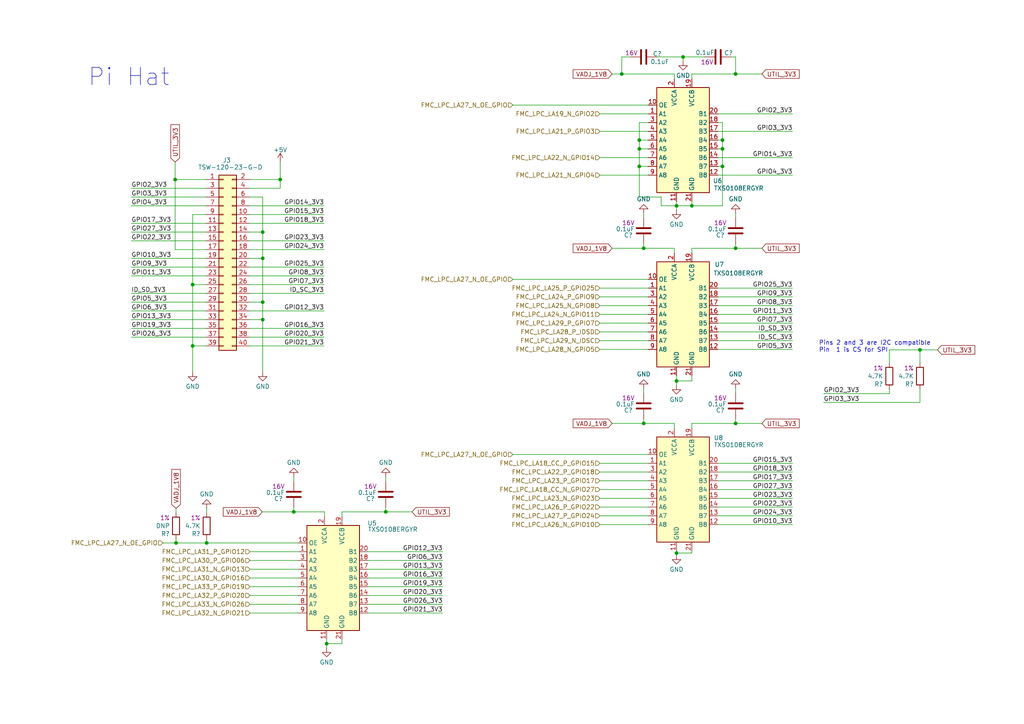
<source format=kicad_sch>
(kicad_sch (version 20230121) (generator eeschema)
  (paper "A4")
  (title_block (title "VincuLink FMC") (rev "1.0") (company "ApotheoTech LLC") (comment 1 "Author: Chance Reimer") (comment 2 "FMC for M.2 Key E") (comment 3 "Pi Hats, and Digilent PMOD connectors"))
  (lib_symbols
    (symbol "Connector_Generic:Conn_02x20_Odd_Even" (pin_names (offset 1.016) hide)
      (property "Reference" "J" (at 1.27 25.4 0))
      (property "Value" "Conn_02x20_Odd_Even" (at 1.27 -27.94 0))
      (symbol "Conn_02x20_Odd_Even_1_1"
        (rectangle (start -1.27 -25.273) (end 0 -25.527) (stroke (width 0.1524)))
        (rectangle (start -1.27 -22.733) (end 0 -22.987) (stroke (width 0.1524)))
        (rectangle (start -1.27 -20.193) (end 0 -20.447) (stroke (width 0.1524)))
        (rectangle (start -1.27 -17.653) (end 0 -17.907) (stroke (width 0.1524)))
        (rectangle (start -1.27 -15.113) (end 0 -15.367) (stroke (width 0.1524)))
        (rectangle (start -1.27 -12.573) (end 0 -12.827) (stroke (width 0.1524)))
        (rectangle (start -1.27 -10.033) (end 0 -10.287) (stroke (width 0.1524)))
        (rectangle (start -1.27 -7.493) (end 0 -7.747) (stroke (width 0.1524)))
        (rectangle (start -1.27 -4.953) (end 0 -5.207) (stroke (width 0.1524)))
        (rectangle (start -1.27 -2.413) (end 0 -2.667) (stroke (width 0.1524)))
        (rectangle (start -1.27 0.127) (end 0 -0.127) (stroke (width 0.1524)))
        (rectangle (start -1.27 2.667) (end 0 2.413) (stroke (width 0.1524)))
        (rectangle (start -1.27 5.207) (end 0 4.953) (stroke (width 0.1524)))
        (rectangle (start -1.27 7.747) (end 0 7.493) (stroke (width 0.1524)))
        (rectangle (start -1.27 10.287) (end 0 10.033) (stroke (width 0.1524)))
        (rectangle (start -1.27 12.827) (end 0 12.573) (stroke (width 0.1524)))
        (rectangle (start -1.27 15.367) (end 0 15.113) (stroke (width 0.1524)))
        (rectangle (start -1.27 17.907) (end 0 17.653) (stroke (width 0.1524)))
        (rectangle (start -1.27 20.447) (end 0 20.193) (stroke (width 0.1524)))
        (rectangle (start -1.27 22.987) (end 0 22.733) (stroke (width 0.1524)))
        (rectangle (start -1.27 24.13) (end 3.81 -26.67) (stroke (width 0.254)) (fill (type background)))
        (rectangle (start 3.81 -25.273) (end 2.54 -25.527) (stroke (width 0.1524)))
        (rectangle (start 3.81 -22.733) (end 2.54 -22.987) (stroke (width 0.1524)))
        (rectangle (start 3.81 -20.193) (end 2.54 -20.447) (stroke (width 0.1524)))
        (rectangle (start 3.81 -17.653) (end 2.54 -17.907) (stroke (width 0.1524)))
        (rectangle (start 3.81 -15.113) (end 2.54 -15.367) (stroke (width 0.1524)))
        (rectangle (start 3.81 -12.573) (end 2.54 -12.827) (stroke (width 0.1524)))
        (rectangle (start 3.81 -10.033) (end 2.54 -10.287) (stroke (width 0.1524)))
        (rectangle (start 3.81 -7.493) (end 2.54 -7.747) (stroke (width 0.1524)))
        (rectangle (start 3.81 -4.953) (end 2.54 -5.207) (stroke (width 0.1524)))
        (rectangle (start 3.81 -2.413) (end 2.54 -2.667) (stroke (width 0.1524)))
        (rectangle (start 3.81 0.127) (end 2.54 -0.127) (stroke (width 0.1524)))
        (rectangle (start 3.81 2.667) (end 2.54 2.413) (stroke (width 0.1524)))
        (rectangle (start 3.81 5.207) (end 2.54 4.953) (stroke (width 0.1524)))
        (rectangle (start 3.81 7.747) (end 2.54 7.493) (stroke (width 0.1524)))
        (rectangle (start 3.81 10.287) (end 2.54 10.033) (stroke (width 0.1524)))
        (rectangle (start 3.81 12.827) (end 2.54 12.573) (stroke (width 0.1524)))
        (rectangle (start 3.81 15.367) (end 2.54 15.113) (stroke (width 0.1524)))
        (rectangle (start 3.81 17.907) (end 2.54 17.653) (stroke (width 0.1524)))
        (rectangle (start 3.81 20.447) (end 2.54 20.193) (stroke (width 0.1524)))
        (rectangle (start 3.81 22.987) (end 2.54 22.733) (stroke (width 0.1524)))
        (pin passive line (at -5.08 22.86 0) (length 3.81) (name "Pin_1") (number "1"))
        (pin passive line (at 7.62 12.7 180) (length 3.81) (name "Pin_10") (number "10"))
        (pin passive line (at -5.08 10.16 0) (length 3.81) (name "Pin_11") (number "11"))
        (pin passive line (at 7.62 10.16 180) (length 3.81) (name "Pin_12") (number "12"))
        (pin passive line (at -5.08 7.62 0) (length 3.81) (name "Pin_13") (number "13"))
        (pin passive line (at 7.62 7.62 180) (length 3.81) (name "Pin_14") (number "14"))
        (pin passive line (at -5.08 5.08 0) (length 3.81) (name "Pin_15") (number "15"))
        (pin passive line (at 7.62 5.08 180) (length 3.81) (name "Pin_16") (number "16"))
        (pin passive line (at -5.08 2.54 0) (length 3.81) (name "Pin_17") (number "17"))
        (pin passive line (at 7.62 2.54 180) (length 3.81) (name "Pin_18") (number "18"))
        (pin passive line (at -5.08 0 0) (length 3.81) (name "Pin_19") (number "19"))
        (pin passive line (at 7.62 22.86 180) (length 3.81) (name "Pin_2") (number "2"))
        (pin passive line (at 7.62 0 180) (length 3.81) (name "Pin_20") (number "20"))
        (pin passive line (at -5.08 -2.54 0) (length 3.81) (name "Pin_21") (number "21"))
        (pin passive line (at 7.62 -2.54 180) (length 3.81) (name "Pin_22") (number "22"))
        (pin passive line (at -5.08 -5.08 0) (length 3.81) (name "Pin_23") (number "23"))
        (pin passive line (at 7.62 -5.08 180) (length 3.81) (name "Pin_24") (number "24"))
        (pin passive line (at -5.08 -7.62 0) (length 3.81) (name "Pin_25") (number "25"))
        (pin passive line (at 7.62 -7.62 180) (length 3.81) (name "Pin_26") (number "26"))
        (pin passive line (at -5.08 -10.16 0) (length 3.81) (name "Pin_27") (number "27"))
        (pin passive line (at 7.62 -10.16 180) (length 3.81) (name "Pin_28") (number "28"))
        (pin passive line (at -5.08 -12.7 0) (length 3.81) (name "Pin_29") (number "29"))
        (pin passive line (at -5.08 20.32 0) (length 3.81) (name "Pin_3") (number "3"))
        (pin passive line (at 7.62 -12.7 180) (length 3.81) (name "Pin_30") (number "30"))
        (pin passive line (at -5.08 -15.24 0) (length 3.81) (name "Pin_31") (number "31"))
        (pin passive line (at 7.62 -15.24 180) (length 3.81) (name "Pin_32") (number "32"))
        (pin passive line (at -5.08 -17.78 0) (length 3.81) (name "Pin_33") (number "33"))
        (pin passive line (at 7.62 -17.78 180) (length 3.81) (name "Pin_34") (number "34"))
        (pin passive line (at -5.08 -20.32 0) (length 3.81) (name "Pin_35") (number "35"))
        (pin passive line (at 7.62 -20.32 180) (length 3.81) (name "Pin_36") (number "36"))
        (pin passive line (at -5.08 -22.86 0) (length 3.81) (name "Pin_37") (number "37"))
        (pin passive line (at 7.62 -22.86 180) (length 3.81) (name "Pin_38") (number "38"))
        (pin passive line (at -5.08 -25.4 0) (length 3.81) (name "Pin_39") (number "39"))
        (pin passive line (at 7.62 20.32 180) (length 3.81) (name "Pin_4") (number "4"))
        (pin passive line (at 7.62 -25.4 180) (length 3.81) (name "Pin_40") (number "40"))
        (pin passive line (at -5.08 17.78 0) (length 3.81) (name "Pin_5") (number "5"))
        (pin passive line (at 7.62 17.78 180) (length 3.81) (name "Pin_6") (number "6"))
        (pin passive line (at -5.08 15.24 0) (length 3.81) (name "Pin_7") (number "7"))
        (pin passive line (at 7.62 15.24 180) (length 3.81) (name "Pin_8") (number "8"))
        (pin passive line (at -5.08 12.7 0) (length 3.81) (name "Pin_9") (number "9"))
      )
    )
    (symbol "Device:C" (pin_numbers hide) (pin_names (offset 0.254))
      (property "Reference" "C" (at 0.635 2.54 0))
      (property "Value" "C" (at 0.635 -2.54 0))
      (symbol "C_0_1"
        (polyline (pts (xy -2.032 -0.762) (xy 2.032 -0.762)) (stroke (width 0.508)))
        (polyline (pts (xy -2.032 0.762) (xy 2.032 0.762)) (stroke (width 0.508)))
      )
      (symbol "C_1_1"
        (pin passive line (at 0 3.81 270) (length 2.794) (name "~") (number "1"))
        (pin passive line (at 0 -3.81 90) (length 2.794) (name "~") (number "2"))
      )
    )
    (symbol "Device:R" (pin_numbers hide) (pin_names (offset 0))
      (property "Reference" "R" (at 2.032 0 90))
      (property "Value" "R" (at 0 0 90))
      (symbol "R_0_1"
        (rectangle (start -1.016 -2.54) (end 1.016 2.54) (stroke (width 0.254)))
      )
      (symbol "R_1_1"
        (pin passive line (at 0 3.81 270) (length 1.27) (name "~") (number "1"))
        (pin passive line (at 0 -3.81 90) (length 1.27) (name "~") (number "2"))
      )
    )
    (symbol "pi_hat_lib:TXS0108EPW"
      (property "Reference" "U" (at -6.35 16.51 0))
      (property "Value" "TXS0108ERGYR" (at 3.81 16.51 0))
      (symbol "TXS0108EPW_0_1"
        (rectangle (start -7.62 15.24) (end 7.62 -15.24) (stroke (width 0.254)) (fill (type background)))
      )
      (symbol "TXS0108EPW_1_1"
        (pin bidirectional line (at -10.16 7.62 0) (length 2.54) (name "A1") (number "1"))
        (pin input line (at -10.16 10.16 0) (length 2.54) (name "OE") (number "10"))
        (pin power_in line (at -1.905 -17.78 90) (length 2.54) (name "GND") (number "11"))
        (pin bidirectional line (at 10.16 -10.16 180) (length 2.54) (name "B8") (number "12"))
        (pin bidirectional line (at 10.16 -7.62 180) (length 2.54) (name "B7") (number "13"))
        (pin bidirectional line (at 10.16 -5.08 180) (length 2.54) (name "B6") (number "14"))
        (pin bidirectional line (at 10.16 -2.54 180) (length 2.54) (name "B5") (number "15"))
        (pin bidirectional line (at 10.16 0 180) (length 2.54) (name "B4") (number "16"))
        (pin bidirectional line (at 10.16 2.54 180) (length 2.54) (name "B3") (number "17"))
        (pin bidirectional line (at 10.16 5.08 180) (length 2.54) (name "B2") (number "18"))
        (pin power_in line (at 2.54 17.78 270) (length 2.54) (name "VCCB") (number "19"))
        (pin power_in line (at -2.54 17.78 270) (length 2.54) (name "VCCA") (number "2"))
        (pin bidirectional line (at 10.16 7.62 180) (length 2.54) (name "B1") (number "20"))
        (pin power_in line (at 2.54 -17.78 90) (length 2.54) (name "GND") (number "21"))
        (pin bidirectional line (at -10.16 5.08 0) (length 2.54) (name "A2") (number "3"))
        (pin bidirectional line (at -10.16 2.54 0) (length 2.54) (name "A3") (number "4"))
        (pin bidirectional line (at -10.16 0 0) (length 2.54) (name "A4") (number "5"))
        (pin bidirectional line (at -10.16 -2.54 0) (length 2.54) (name "A5") (number "6"))
        (pin bidirectional line (at -10.16 -5.08 0) (length 2.54) (name "A6") (number "7"))
        (pin bidirectional line (at -10.16 -7.62 0) (length 2.54) (name "A7") (number "8"))
        (pin bidirectional line (at -10.16 -10.16 0) (length 2.54) (name "A8") (number "9"))
      )
    )
    (symbol "power:+5V" (power) (pin_names (offset 0))
      (property "Value" "+5V" (at 0 3.556 0))
      (symbol "+5V_0_1"
        (polyline (pts (xy -0.762 1.27) (xy 0 2.54)))
        (polyline (pts (xy 0 0) (xy 0 2.54)))
        (polyline (pts (xy 0 2.54) (xy 0.762 1.27)))
      )
      (symbol "+5V_1_1"
        (pin power_in line (at 0 0 90) (length 0) hide (name "+5V") (number "1"))
      )
    )
    (symbol "power:GND" (power) (pin_names (offset 0))
      (property "Value" "GND" (at 0 -3.81 0))
      (symbol "GND_0_1"
        (polyline (pts (xy 0 0) (xy 0 -1.27) (xy 1.27 -1.27) (xy 0 -2.54) (xy -1.27 -1.27) (xy 0 -1.27)))
      )
      (symbol "GND_1_1"
        (pin power_in line (at 0 0 270) (length 0) hide (name "GND") (number "1"))
      )
    )
  )
  (junction (at 209.55 48.26))
  (junction (at 186.69 72.009))
  (junction (at 55.88 100.33))
  (junction (at 76.2 74.93))
  (junction (at 209.55 40.64))
  (junction (at 81.28 52.07))
  (junction (at 55.88 82.55))
  (junction (at 196.215 59.69))
  (junction (at 198.12 16.51))
  (junction (at 196.215 160.401))
  (junction (at 186.69 122.809))
  (junction (at 51.054 157.48))
  (junction (at 196.215 110.49))
  (junction (at 200.66 59.69))
  (junction (at 111.887 148.463))
  (junction (at 50.8 52.07))
  (junction (at 180.34 21.463))
  (junction (at 94.742 186.69))
  (junction (at 213.36 72.009))
  (junction (at 59.944 157.48))
  (junction (at 76.2 87.63))
  (junction (at 266.827 101.473))
  (junction (at 213.36 122.809))
  (junction (at 185.42 40.64))
  (junction (at 76.2 67.31))
  (junction (at 209.55 43.18))
  (junction (at 85.217 148.463))
  (junction (at 185.42 43.18))
  (junction (at 76.2 92.71))
  (junction (at 185.42 48.26))
  (junction (at 213.36 21.463))
  (wire (pts (xy 213.36 21.463) (xy 220.98 21.463)))
  (wire (pts (xy 93.98 82.55) (xy 72.39 82.55)))
  (wire (pts (xy 173.99 101.346) (xy 187.96 101.346)))
  (wire (pts (xy 173.99 136.906) (xy 187.96 136.906)))
  (wire (pts (xy 213.36 70.739) (xy 213.36 72.009)))
  (wire (pts (xy 81.28 46.99) (xy 81.28 52.07)))
  (wire (pts (xy 93.98 72.39) (xy 72.39 72.39)))
  (wire (pts (xy 186.69 63.119) (xy 186.69 61.849)))
  (wire (pts (xy 38.1 85.09) (xy 59.69 85.09)))
  (wire (pts (xy 81.28 52.07) (xy 72.39 52.07)))
  (wire (pts (xy 148.717 131.826) (xy 187.96 131.826)))
  (wire (pts (xy 238.887 116.713) (xy 266.827 116.713)))
  (wire (pts (xy 229.87 88.646) (xy 208.28 88.646)))
  (wire (pts (xy 93.98 80.01) (xy 72.39 80.01)))
  (wire (pts (xy 200.66 21.463) (xy 213.36 21.463)))
  (wire (pts (xy 50.8 72.39) (xy 50.8 52.07)))
  (wire (pts (xy 76.2 87.63) (xy 76.2 92.71)))
  (wire (pts (xy 209.55 43.18) (xy 209.55 48.26)))
  (wire (pts (xy 213.36 122.809) (xy 220.98 122.809)))
  (wire (pts (xy 173.99 83.566) (xy 187.96 83.566)))
  (wire (pts (xy 180.34 16.51) (xy 180.34 21.463)))
  (wire (pts (xy 212.09 16.51) (xy 213.36 16.51)))
  (wire (pts (xy 51.054 156.337) (xy 51.054 157.48)))
  (wire (pts (xy 76.2 87.63) (xy 72.39 87.63)))
  (wire (pts (xy 76.2 74.93) (xy 76.2 87.63)))
  (wire (pts (xy 72.517 165.1) (xy 86.487 165.1)))
  (wire (pts (xy 209.55 40.64) (xy 208.28 40.64)))
  (wire (pts (xy 200.66 159.766) (xy 200.66 160.401)))
  (wire (pts (xy 106.807 175.26) (xy 128.397 175.26)))
  (wire (pts (xy 38.1 80.01) (xy 59.69 80.01)))
  (wire (pts (xy 200.66 21.463) (xy 200.66 22.86)))
  (wire (pts (xy 182.88 16.51) (xy 180.34 16.51)))
  (wire (pts (xy 190.5 16.51) (xy 198.12 16.51)))
  (wire (pts (xy 51.054 147.447) (xy 51.054 148.717)))
  (wire (pts (xy 173.99 93.726) (xy 187.96 93.726)))
  (wire (pts (xy 195.58 22.86) (xy 195.58 21.463)))
  (wire (pts (xy 196.215 160.401) (xy 196.215 161.036)))
  (wire (pts (xy 209.55 40.64) (xy 209.55 43.18)))
  (wire (pts (xy 93.98 77.47) (xy 72.39 77.47)))
  (wire (pts (xy 173.99 147.066) (xy 187.96 147.066)))
  (wire (pts (xy 51.054 157.48) (xy 59.944 157.48)))
  (wire (pts (xy 38.1 77.47) (xy 59.69 77.47)))
  (wire (pts (xy 191.77 57.15) (xy 191.77 59.69)))
  (wire (pts (xy 72.517 172.72) (xy 86.487 172.72)))
  (wire (pts (xy 173.99 45.72) (xy 187.96 45.72)))
  (wire (pts (xy 111.887 148.463) (xy 119.507 148.463)))
  (wire (pts (xy 38.1 74.93) (xy 59.69 74.93)))
  (wire (pts (xy 72.39 54.61) (xy 81.28 54.61)))
  (wire (pts (xy 38.1 97.79) (xy 59.69 97.79)))
  (wire (pts (xy 128.397 162.56) (xy 106.807 162.56)))
  (wire (pts (xy 186.69 121.539) (xy 186.69 122.809)))
  (wire (pts (xy 266.827 112.903) (xy 266.827 116.713)))
  (wire (pts (xy 185.42 35.56) (xy 185.42 40.64)))
  (wire (pts (xy 177.546 122.809) (xy 186.69 122.809)))
  (wire (pts (xy 229.87 139.446) (xy 208.28 139.446)))
  (wire (pts (xy 186.69 122.809) (xy 195.58 122.809)))
  (wire (pts (xy 200.66 72.009) (xy 213.36 72.009)))
  (wire (pts (xy 200.66 108.966) (xy 200.66 110.49)))
  (wire (pts (xy 177.546 21.463) (xy 180.34 21.463)))
  (wire (pts (xy 72.517 162.56) (xy 86.487 162.56)))
  (wire (pts (xy 59.69 72.39) (xy 50.8 72.39)))
  (wire (pts (xy 38.1 95.25) (xy 59.69 95.25)))
  (wire (pts (xy 229.87 141.986) (xy 208.28 141.986)))
  (wire (pts (xy 72.517 177.8) (xy 86.487 177.8)))
  (wire (pts (xy 209.55 59.69) (xy 200.66 59.69)))
  (wire (pts (xy 55.88 82.55) (xy 59.69 82.55)))
  (wire (pts (xy 47.244 157.48) (xy 51.054 157.48)))
  (wire (pts (xy 200.66 59.69) (xy 196.215 59.69)))
  (wire (pts (xy 177.546 72.009) (xy 186.69 72.009)))
  (wire (pts (xy 106.807 177.8) (xy 128.397 177.8)))
  (wire (pts (xy 93.98 90.17) (xy 72.39 90.17)))
  (wire (pts (xy 185.42 57.15) (xy 191.77 57.15)))
  (wire (pts (xy 208.28 147.066) (xy 229.87 147.066)))
  (wire (pts (xy 72.517 167.64) (xy 86.487 167.64)))
  (wire (pts (xy 200.66 110.49) (xy 196.215 110.49)))
  (wire (pts (xy 111.887 147.193) (xy 111.887 148.463)))
  (wire (pts (xy 213.36 72.009) (xy 220.98 72.009)))
  (wire (pts (xy 196.215 110.49) (xy 196.215 111.76)))
  (wire (pts (xy 200.66 72.009) (xy 200.66 73.406)))
  (wire (pts (xy 38.1 69.85) (xy 59.69 69.85)))
  (wire (pts (xy 94.742 186.69) (xy 94.742 187.96)))
  (wire (pts (xy 94.742 185.42) (xy 94.742 186.69)))
  (wire (pts (xy 229.87 93.726) (xy 208.28 93.726)))
  (wire (pts (xy 93.98 97.79) (xy 72.39 97.79)))
  (wire (pts (xy 38.1 59.69) (xy 59.69 59.69)))
  (wire (pts (xy 229.87 33.02) (xy 208.28 33.02)))
  (wire (pts (xy 185.42 48.26) (xy 187.96 48.26)))
  (wire (pts (xy 186.69 113.919) (xy 186.69 112.649)))
  (wire (pts (xy 72.517 175.26) (xy 86.487 175.26)))
  (wire (pts (xy 229.87 101.346) (xy 208.28 101.346)))
  (wire (pts (xy 173.99 96.266) (xy 187.96 96.266)))
  (wire (pts (xy 173.99 86.106) (xy 187.96 86.106)))
  (wire (pts (xy 173.99 152.146) (xy 187.96 152.146)))
  (wire (pts (xy 198.12 16.51) (xy 198.12 17.78)))
  (wire (pts (xy 94.107 149.86) (xy 94.107 148.463)))
  (wire (pts (xy 229.87 50.8) (xy 208.28 50.8)))
  (wire (pts (xy 185.42 43.18) (xy 187.96 43.18)))
  (wire (pts (xy 59.944 147.447) (xy 59.944 148.717)))
  (wire (pts (xy 229.87 91.186) (xy 208.28 91.186)))
  (wire (pts (xy 76.2 67.31) (xy 76.2 74.93)))
  (wire (pts (xy 106.807 172.72) (xy 128.397 172.72)))
  (wire (pts (xy 196.215 108.966) (xy 196.215 110.49)))
  (wire (pts (xy 55.88 100.33) (xy 59.69 100.33)))
  (wire (pts (xy 85.217 139.573) (xy 85.217 138.303)))
  (wire (pts (xy 186.69 72.009) (xy 195.58 72.009)))
  (wire (pts (xy 59.69 62.23) (xy 55.88 62.23)))
  (wire (pts (xy 208.28 35.56) (xy 209.55 35.56)))
  (wire (pts (xy 195.58 73.406) (xy 195.58 72.009)))
  (wire (pts (xy 229.87 38.1) (xy 208.28 38.1)))
  (wire (pts (xy 50.8 46.99) (xy 50.8 52.07)))
  (wire (pts (xy 93.98 85.09) (xy 72.39 85.09)))
  (wire (pts (xy 55.88 100.33) (xy 55.88 107.95)))
  (wire (pts (xy 200.66 122.809) (xy 213.36 122.809)))
  (wire (pts (xy 229.87 86.106) (xy 208.28 86.106)))
  (wire (pts (xy 148.717 81.026) (xy 187.96 81.026)))
  (wire (pts (xy 128.397 160.02) (xy 106.807 160.02)))
  (wire (pts (xy 38.1 57.15) (xy 59.69 57.15)))
  (wire (pts (xy 173.99 139.446) (xy 187.96 139.446)))
  (wire (pts (xy 38.1 67.31) (xy 59.69 67.31)))
  (wire (pts (xy 266.827 101.473) (xy 266.827 105.283)))
  (wire (pts (xy 38.1 54.61) (xy 59.69 54.61)))
  (wire (pts (xy 229.87 134.366) (xy 208.28 134.366)))
  (wire (pts (xy 99.187 185.42) (xy 99.187 186.69)))
  (wire (pts (xy 173.99 98.806) (xy 187.96 98.806)))
  (wire (pts (xy 99.187 186.69) (xy 94.742 186.69)))
  (wire (pts (xy 257.937 105.283) (xy 257.937 101.473)))
  (wire (pts (xy 195.58 124.206) (xy 195.58 122.809)))
  (wire (pts (xy 238.887 114.173) (xy 257.937 114.173)))
  (wire (pts (xy 106.807 170.18) (xy 128.397 170.18)))
  (wire (pts (xy 229.87 45.72) (xy 208.28 45.72)))
  (wire (pts (xy 196.215 159.766) (xy 196.215 160.401)))
  (wire (pts (xy 200.66 122.809) (xy 200.66 124.206)))
  (wire (pts (xy 59.944 156.337) (xy 59.944 157.48)))
  (wire (pts (xy 76.2 74.93) (xy 72.39 74.93)))
  (wire (pts (xy 72.517 160.02) (xy 86.487 160.02)))
  (wire (pts (xy 173.99 38.1) (xy 187.96 38.1)))
  (wire (pts (xy 76.2 92.71) (xy 76.2 107.95)))
  (wire (pts (xy 229.87 83.566) (xy 208.28 83.566)))
  (wire (pts (xy 213.36 63.119) (xy 213.36 61.849)))
  (wire (pts (xy 213.36 113.919) (xy 213.36 112.649)))
  (wire (pts (xy 173.99 141.986) (xy 187.96 141.986)))
  (wire (pts (xy 229.87 144.526) (xy 208.28 144.526)))
  (wire (pts (xy 185.42 40.64) (xy 187.96 40.64)))
  (wire (pts (xy 209.55 43.18) (xy 208.28 43.18)))
  (wire (pts (xy 198.12 16.51) (xy 204.47 16.51)))
  (wire (pts (xy 187.96 35.56) (xy 185.42 35.56)))
  (wire (pts (xy 173.99 88.646) (xy 187.96 88.646)))
  (wire (pts (xy 81.28 54.61) (xy 81.28 52.07)))
  (wire (pts (xy 99.187 148.463) (xy 99.187 149.86)))
  (wire (pts (xy 72.39 57.15) (xy 76.2 57.15)))
  (wire (pts (xy 93.98 95.25) (xy 72.39 95.25)))
  (wire (pts (xy 180.34 21.463) (xy 195.58 21.463)))
  (wire (pts (xy 85.217 147.193) (xy 85.217 148.463)))
  (wire (pts (xy 93.98 59.69) (xy 72.39 59.69)))
  (wire (pts (xy 173.99 144.526) (xy 187.96 144.526)))
  (wire (pts (xy 196.215 59.69) (xy 196.215 60.96)))
  (wire (pts (xy 38.1 64.77) (xy 59.69 64.77)))
  (wire (pts (xy 200.66 160.401) (xy 196.215 160.401)))
  (wire (pts (xy 93.98 69.85) (xy 72.39 69.85)))
  (wire (pts (xy 229.87 96.266) (xy 208.28 96.266)))
  (wire (pts (xy 186.69 70.739) (xy 186.69 72.009)))
  (wire (pts (xy 209.55 35.56) (xy 209.55 40.64)))
  (wire (pts (xy 191.77 59.69) (xy 196.215 59.69)))
  (wire (pts (xy 266.827 101.473) (xy 271.907 101.473)))
  (wire (pts (xy 257.937 101.473) (xy 266.827 101.473)))
  (wire (pts (xy 196.215 58.42) (xy 196.215 59.69)))
  (wire (pts (xy 55.88 82.55) (xy 55.88 100.33)))
  (wire (pts (xy 257.937 112.903) (xy 257.937 114.173)))
  (wire (pts (xy 185.42 43.18) (xy 185.42 48.26)))
  (wire (pts (xy 93.98 100.33) (xy 72.39 100.33)))
  (wire (pts (xy 76.2 92.71) (xy 72.39 92.71)))
  (wire (pts (xy 173.99 134.366) (xy 187.96 134.366)))
  (wire (pts (xy 213.36 16.51) (xy 213.36 21.463)))
  (wire (pts (xy 128.397 165.1) (xy 106.807 165.1)))
  (wire (pts (xy 85.217 148.463) (xy 94.107 148.463)))
  (wire (pts (xy 229.87 149.606) (xy 208.28 149.606)))
  (wire (pts (xy 185.42 48.26) (xy 185.42 57.15)))
  (wire (pts (xy 76.073 148.463) (xy 85.217 148.463)))
  (wire (pts (xy 209.55 48.26) (xy 209.55 59.69)))
  (wire (pts (xy 213.36 121.539) (xy 213.36 122.809)))
  (wire (pts (xy 55.88 62.23) (xy 55.88 82.55)))
  (wire (pts (xy 173.99 50.8) (xy 187.96 50.8)))
  (wire (pts (xy 208.28 98.806) (xy 229.87 98.806)))
  (wire (pts (xy 106.807 167.64) (xy 128.397 167.64)))
  (wire (pts (xy 93.98 64.77) (xy 72.39 64.77)))
  (wire (pts (xy 72.517 170.18) (xy 86.487 170.18)))
  (wire (pts (xy 173.99 91.186) (xy 187.96 91.186)))
  (wire (pts (xy 99.187 148.463) (xy 111.887 148.463)))
  (wire (pts (xy 229.87 152.146) (xy 208.28 152.146)))
  (wire (pts (xy 38.1 90.17) (xy 59.69 90.17)))
  (wire (pts (xy 209.55 48.26) (xy 208.28 48.26)))
  (wire (pts (xy 93.98 62.23) (xy 72.39 62.23)))
  (wire (pts (xy 200.66 58.42) (xy 200.66 59.69)))
  (wire (pts (xy 76.2 67.31) (xy 72.39 67.31)))
  (wire (pts (xy 148.717 30.48) (xy 187.96 30.48)))
  (wire (pts (xy 38.1 87.63) (xy 59.69 87.63)))
  (wire (pts (xy 76.2 57.15) (xy 76.2 67.31)))
  (wire (pts (xy 185.42 40.64) (xy 185.42 43.18)))
  (wire (pts (xy 59.69 52.07) (xy 50.8 52.07)))
  (wire (pts (xy 59.944 157.48) (xy 86.487 157.48)))
  (wire (pts (xy 208.28 136.906) (xy 229.87 136.906)))
  (wire (pts (xy 173.99 33.02) (xy 187.96 33.02)))
  (wire (pts (xy 173.99 149.606) (xy 187.96 149.606)))
  (wire (pts (xy 111.887 139.573) (xy 111.887 138.303)))
  (wire (pts (xy 38.1 92.71) (xy 59.69 92.71)))
  (text "Pins 2 and 3 are I2C compatible\nPin  1 is CS for SPI" (at 237.49 102.362 0) (effects (font (size 1.27 1.27)) (justify left bottom)))
  (text "Pi Hat" (at 25.4 25.4 0) (effects (font (size 5 5)) (justify left bottom)))
  (label "GPIO3_3V3" (at 38.1 57.15 0))
  (label "GPIO9_3V3" (at 229.87 86.106 180))
  (label "GPIO9_3V3" (at 38.1 77.47 0))
  (label "GPIO6_3V3" (at 128.397 162.56 180))
  (label "GPIO24_3V3" (at 229.87 149.606 180))
  (label "GPIO14_3V3" (at 93.98 59.69 180))
  (label "GPIO8_3V3" (at 93.98 80.01 180))
  (label "GPIO25_3V3" (at 93.98 77.47 180))
  (label "GPIO20_3V3" (at 128.397 172.72 180))
  (label "ID_SD_3V3" (at 38.1 85.09 0))
  (label "GPIO23_3V3" (at 93.98 69.85 180))
  (label "ID_SC_3V3" (at 93.98 85.09 180))
  (label "GPIO27_3V3" (at 38.1 67.31 0))
  (label "GPIO26_3V3" (at 128.397 175.26 180))
  (label "GPIO13_3V3" (at 38.1 92.71 0))
  (label "GPIO12_3V3" (at 93.98 90.17 180))
  (label "GPIO5_3V3" (at 38.1 87.63 0))
  (label "GPIO12_3V3" (at 128.397 160.02 180))
  (label "ID_SC_3V3" (at 229.87 98.806 180))
  (label "GPIO6_3V3" (at 38.1 90.17 0))
  (label "GPIO17_3V3" (at 38.1 64.77 0))
  (label "GPIO2_3V3" (at 229.87 33.02 180))
  (label "GPIO21_3V3" (at 93.98 100.33 180))
  (label "GPIO2_3V3" (at 238.887 114.173 0))
  (label "GPIO15_3V3" (at 229.87 134.366 180))
  (label "GPIO20_3V3" (at 93.98 97.79 180))
  (label "GPIO10_3V3" (at 38.1 74.93 0))
  (label "GPIO22_3V3" (at 38.1 69.85 0))
  (label "GPIO22_3V3" (at 229.87 147.066 180))
  (label "GPIO19_3V3" (at 38.1 95.25 0))
  (label "GPIO3_3V3" (at 229.87 38.1 180))
  (label "GPIO11_3V3" (at 38.1 80.01 0))
  (label "GPIO24_3V3" (at 93.98 72.39 180))
  (label "GPIO10_3V3" (at 229.87 152.146 180))
  (label "GPIO7_3V3" (at 93.98 82.55 180))
  (label "GPIO14_3V3" (at 229.87 45.72 180))
  (label "ID_SD_3V3" (at 229.87 96.266 180))
  (label "GPIO17_3V3" (at 229.87 139.446 180))
  (label "GPIO27_3V3" (at 229.87 141.986 180))
  (label "GPIO8_3V3" (at 229.87 88.646 180))
  (label "GPIO4_3V3" (at 229.87 50.8 180))
  (label "GPIO23_3V3" (at 229.87 144.526 180))
  (label "GPIO2_3V3" (at 38.1 54.61 0))
  (label "GPIO19_3V3" (at 128.397 170.18 180))
  (label "GPIO13_3V3" (at 128.397 165.1 180))
  (label "GPIO16_3V3" (at 128.397 167.64 180))
  (label "GPIO4_3V3" (at 38.1 59.69 0))
  (label "GPIO3_3V3" (at 238.887 116.713 0))
  (label "GPIO15_3V3" (at 93.98 62.23 180))
  (label "GPIO18_3V3" (at 93.98 64.77 180))
  (label "GPIO21_3V3" (at 128.397 177.8 180))
  (label "GPIO7_3V3" (at 229.87 93.726 180))
  (label "GPIO25_3V3" (at 229.87 83.566 180))
  (label "GPIO11_3V3" (at 229.87 91.186 180))
  (label "GPIO5_3V3" (at 229.87 101.346 180))
  (label "GPIO26_3V3" (at 38.1 97.79 0))
  (label "GPIO16_3V3" (at 93.98 95.25 180))
  (label "GPIO18_3V3" (at 229.87 136.906 180))
  (global_label "VADJ_1V8" (shape input) (at 177.546 72.009 180) (property "Intersheetrefs" "${INTERSHEET_REFS}" (effects hide)))
  (global_label "UTIL_3V3" (shape input) (at 119.507 148.463 0) (property "Intersheetrefs" "${INTERSHEET_REFS}" (effects hide)))
  (global_label "UTIL_3V3" (shape input) (at 50.8 46.99 90) (property "Intersheetrefs" "${INTERSHEET_REFS}" (effects hide)))
  (global_label "UTIL_3V3" (shape input) (at 220.98 72.009 0) (property "Intersheetrefs" "${INTERSHEET_REFS}" (effects hide)))
  (global_label "UTIL_3V3" (shape input) (at 220.98 21.463 0) (property "Intersheetrefs" "${INTERSHEET_REFS}" (effects hide)))
  (global_label "VADJ_1V8" (shape input) (at 177.546 21.463 180) (property "Intersheetrefs" "${INTERSHEET_REFS}" (effects hide)))
  (global_label "UTIL_3V3" (shape input) (at 220.98 122.809 0) (property "Intersheetrefs" "${INTERSHEET_REFS}" (effects hide)))
  (global_label "VADJ_1V8" (shape input) (at 51.054 147.447 90) (property "Intersheetrefs" "${INTERSHEET_REFS}" (effects hide)))
  (global_label "VADJ_1V8" (shape input) (at 76.073 148.463 180) (property "Intersheetrefs" "${INTERSHEET_REFS}" (effects hide)))
  (global_label "VADJ_1V8" (shape input) (at 177.546 122.809 180) (property "Intersheetrefs" "${INTERSHEET_REFS}" (effects hide)))
  (global_label "UTIL_3V3" (shape input) (at 271.907 101.473 0) (property "Intersheetrefs" "${INTERSHEET_REFS}" (effects hide)))
  (hierarchical_label "FMC_LPC_LA31_N_GPIO13" (shape input) (at 72.517 165.1 180))
  (hierarchical_label "FMC_LPC_LA33_P_GPIO19" (shape input) (at 72.517 170.18 180))
  (hierarchical_label "FMC_LPC_LA22_P_GPIO18" (shape input) (at 173.99 136.906 180))
  (hierarchical_label "FMC_LPC_LA28_N_GPIO5" (shape input) (at 173.99 101.346 180))
  (hierarchical_label "FMC_LPC_LA29_N_IDSC" (shape input) (at 173.99 98.806 180))
  (hierarchical_label "FMC_LPC_LA26_P_GPIO22" (shape input) (at 173.99 147.066 180))
  (hierarchical_label "FMC_LPC_LA32_P_GPIO20" (shape input) (at 72.517 172.72 180))
  (hierarchical_label "FMC_LPC_LA23_P_GPIO17" (shape input) (at 173.99 139.446 180))
  (hierarchical_label "FMC_LPC_LA30_P_GPIO06" (shape input) (at 72.517 162.56 180))
  (hierarchical_label "FMC_LPC_LA29_P_GPIO7" (shape input) (at 173.99 93.726 180))
  (hierarchical_label "FMC_LPC_LA21_P_GPIO3" (shape input) (at 173.99 38.1 180))
  (hierarchical_label "FMC_LPC_LA24_P_GPIO9" (shape input) (at 173.99 86.106 180))
  (hierarchical_label "FMC_LPC_LA27_N_OE_GPIO" (shape input) (at 47.244 157.48 180))
  (hierarchical_label "FMC_LPC_LA19_N_GPIO2" (shape input) (at 173.99 33.02 180))
  (hierarchical_label "FMC_LPC_LA24_N_GPIO11" (shape input) (at 173.99 91.186 180))
  (hierarchical_label "FMC_LPC_LA22_N_GPIO14" (shape input) (at 173.99 45.72 180))
  (hierarchical_label "FMC_LPC_LA27_N_OE_GPIO" (shape input) (at 148.717 30.48 180))
  (hierarchical_label "FMC_LPC_LA31_P_GPIO12" (shape input) (at 72.517 160.02 180))
  (hierarchical_label "FMC_LPC_LA33_N_GPIO26" (shape input) (at 72.517 175.26 180))
  (hierarchical_label "FMC_LPC_LA27_N_OE_GPIO" (shape input) (at 148.717 81.026 180))
  (hierarchical_label "FMC_LPC_LA23_N_GPIO23" (shape input) (at 173.99 144.526 180))
  (hierarchical_label "FMC_LPC_LA32_N_GPIO21" (shape input) (at 72.517 177.8 180))
  (hierarchical_label "FMC_LPC_LA25_P_GPIO25" (shape input) (at 173.99 83.566 180))
  (hierarchical_label "FMC_LPC_LA30_N_GPIO16" (shape input) (at 72.517 167.64 180))
  (hierarchical_label "FMC_LPC_LA27_N_OE_GPIO" (shape input) (at 148.717 131.826 180))
  (hierarchical_label "FMC_LPC_LA27_P_GPIO24" (shape input) (at 173.99 149.606 180))
  (hierarchical_label "FMC_LPC_LA28_P_IDSD" (shape input) (at 173.99 96.266 180))
  (hierarchical_label "FMC_LPC_LA18_CC_P_GPIO15" (shape input) (at 173.99 134.366 180))
  (hierarchical_label "FMC_LPC_LA26_N_GPIO10" (shape input) (at 173.99 152.146 180))
  (hierarchical_label "FMC_LPC_LA25_N_GPIO8" (shape input) (at 173.99 88.646 180))
  (hierarchical_label "FMC_LPC_LA21_N_GPIO4" (shape input) (at 173.99 50.8 180))
  (hierarchical_label "FMC_LPC_LA18_CC_N_GPIO27" (shape input) (at 173.99 141.986 180))
  (symbol (lib_id "Device:C") (at 213.36 117.729 0) (unit 1)
    (property "Reference" "C?" (at 208.915 118.999 0))
    (property "Value" "0.1uF" (at 208.026 117.221 0))
    (property "Footprint" "Capacitor_SMD:C_0402_1005Metric" (effects hide))
    (property "PartNumber" "EMK105B7104KV-F" (effects hide))
    (property "Tolerance" "+-10%" (effects hide))
    (property "Voltage" "16V" (at 208.915 115.443 0))
    (property "Temp_Val" "X7R" (effects hide))
    (property "URL" "https://www.digikey.com/product-detail/en/taiyo-yuden/EMK105B7104KV-F/587-1451-1-ND/1004082" (effects hide))
    (instances (project "pi_hat" (path "" (reference "C?") (unit 1)) (path "" (reference "C33") (unit 1))) (project "zcu104_lpc_daughter_card" (path "" (reference "C?") (unit 1)) (path "" (reference "C?") (unit 1))))
  )
  (symbol (lib_id "Device:C") (at 208.28 16.51 90) (unit 1)
    (property "Reference" "C?" (at 211.328 15.367 90))
    (property "Value" "0.1uF" (at 204.47 15.24 90))
    (property "Footprint" "Capacitor_SMD:C_0402_1005Metric" (effects hide))
    (property "PartNumber" "EMK105B7104KV-F" (effects hide))
    (property "Tolerance" "+-10%" (effects hide))
    (property "Voltage" "16V" (at 205.105 18.034 90))
    (property "Temp_Val" "X7R" (effects hide))
    (property "URL" "https://www.digikey.com/product-detail/en/taiyo-yuden/EMK105B7104KV-F/587-1451-1-ND/1004082" (effects hide))
    (instances (project "pi_hat" (path "" (reference "C?") (unit 1)) (path "" (reference "C31") (unit 1))) (project "zcu104_lpc_daughter_card" (path "" (reference "C?") (unit 1)) (path "" (reference "C?") (unit 1))))
  )
  (symbol (lib_id "power:GND") (at 196.215 60.96 0) (unit 1)
    (property "Reference" "#PWR057" (effects hide))
    (property "Value" "GND" (at 196.215 65.0955 0))
  )
  (symbol (lib_id "pi_hat_lib:TXS0108EPW") (at 198.12 91.186 0) (unit 1)
    (property "Reference" "U7" (at 207.264 76.708 0) (effects (justify left)))
    (property "Value" "TXS0108ERGYR" (at 206.883 79.248 0) (effects (justify left)))
    (property "Footprint" "apotheotech_lib:TI_VQFN_RGY0020A" (effects hide))
    (property "Datasheet" "www.ti.com/lit/ds/symlink/txs0108e.pdf" (effects hide))
  )
  (symbol (lib_id "power:GND") (at 94.742 187.96 0) (unit 1)
    (property "Reference" "#PWR049" (effects hide))
    (property "Value" "GND" (at 94.742 192.0955 0))
  )
  (symbol (lib_id "pi_hat_lib:TXS0108EPW") (at 198.12 141.986 0) (unit 1)
    (property "Reference" "U8" (at 207.01 127 0) (effects (justify left)))
    (property "Value" "TXS0108ERGYR" (at 207.01 129.032 0) (effects (justify left)))
    (property "Footprint" "apotheotech_lib:TI_VQFN_RGY0020A" (effects hide))
    (property "Datasheet" "www.ti.com/lit/ds/symlink/txs0108e.pdf" (effects hide))
  )
  (symbol (lib_id "power:GND") (at 198.12 17.78 0) (unit 1)
    (property "Reference" "#PWR056" (effects hide))
    (property "Value" "GND" (at 198.12 21.9155 0))
  )
  (symbol (lib_id "Device:R") (at 51.054 152.527 180) (unit 1)
    (property "Reference" "R?" (at 49.276 154.8384 0) (effects (justify left)))
    (property "Value" "DNP" (at 49.276 152.527 0) (effects (justify left)))
    (property "Footprint" "Resistor_SMD:R_0402_1005Metric" (effects hide))
    (property "Tolerance" "1%" (at 49.276 150.2156 0) (effects (justify left)))
    (property "PartNumber" "CRCW04024K70FKED" (effects hide))
    (instances (project "pi_hat" (path "" (reference "R?") (unit 1)) (path "" (reference "R?") (unit 1)) (path "" (reference "R?") (unit 1)) (path "" (reference "R36") (unit 1))) (project "zcu104_lpc_daughter_card" (path "" (reference "R?") (unit 1)) (path "" (reference "R?") (unit 1))))
  )
  (symbol (lib_id "power:+5V") (at 81.28 46.99 0) (unit 1)
    (property "Reference" "#PWR047" (effects hide))
    (property "Value" "+5V" (at 81.28 43.4881 0))
  )
  (symbol (lib_id "Device:C") (at 186.69 66.929 0) (unit 1)
    (property "Reference" "C?" (at 182.245 68.199 0))
    (property "Value" "0.1uF" (at 181.356 66.421 0))
    (property "Footprint" "Capacitor_SMD:C_0402_1005Metric" (effects hide))
    (property "PartNumber" "EMK105B7104KV-F" (effects hide))
    (property "Tolerance" "+-10%" (effects hide))
    (property "Voltage" "16V" (at 182.245 64.643 0))
    (property "Temp_Val" "X7R" (effects hide))
    (property "URL" "https://www.digikey.com/product-detail/en/taiyo-yuden/EMK105B7104KV-F/587-1451-1-ND/1004082" (effects hide))
    (instances (project "pi_hat" (path "" (reference "C?") (unit 1)) (path "" (reference "C29") (unit 1))) (project "zcu104_lpc_daughter_card" (path "" (reference "C?") (unit 1)) (path "" (reference "C?") (unit 1))))
  )
  (symbol (lib_id "power:GND") (at 85.217 138.303 180) (unit 1)
    (property "Reference" "#PWR048" (effects hide))
    (property "Value" "GND" (at 85.217 134.1675 0))
  )
  (symbol (lib_id "power:GND") (at 186.69 61.849 180) (unit 1)
    (property "Reference" "#PWR054" (effects hide))
    (property "Value" "GND" (at 186.69 57.7135 0))
  )
  (symbol (lib_id "power:GND") (at 213.36 112.649 180) (unit 1)
    (property "Reference" "#PWR061" (effects hide))
    (property "Value" "GND" (at 213.36 108.5135 0))
  )
  (symbol (lib_id "Device:C") (at 186.69 16.51 90) (unit 1)
    (property "Reference" "C?" (at 190.627 15.621 90))
    (property "Value" "0.1uF" (at 191.389 17.907 90))
    (property "Footprint" "Capacitor_SMD:C_0402_1005Metric" (effects hide))
    (property "PartNumber" "EMK105B7104KV-F" (effects hide))
    (property "Tolerance" "+-10%" (effects hide))
    (property "Voltage" "16V" (at 183.134 15.367 90))
    (property "Temp_Val" "X7R" (effects hide))
    (property "URL" "https://www.digikey.com/product-detail/en/taiyo-yuden/EMK105B7104KV-F/587-1451-1-ND/1004082" (effects hide))
    (instances (project "pi_hat" (path "" (reference "C?") (unit 1)) (path "" (reference "C28") (unit 1))) (project "zcu104_lpc_daughter_card" (path "" (reference "C?") (unit 1)) (path "" (reference "C?") (unit 1))))
  )
  (symbol (lib_id "power:GND") (at 213.36 61.849 180) (unit 1)
    (property "Reference" "#PWR060" (effects hide))
    (property "Value" "GND" (at 213.36 57.7135 0))
  )
  (symbol (lib_id "power:GND") (at 59.944 147.447 180) (unit 1)
    (property "Reference" "#PWR045" (effects hide))
    (property "Value" "GND" (at 59.944 143.3115 0))
    (instances (project "pi_hat" (path "" (reference "#PWR045") (unit 1)) (path "" (reference "#PWR?") (unit 1))))
  )
  (symbol (lib_id "Connector_Generic:Conn_02x20_Odd_Even") (at 64.77 74.93 0) (unit 1)
    (property "Reference" "J3" (at 65.786 46.482 0))
    (property "Value" "TSW-120-23-G-D" (at 66.802 48.514 0))
    (property "Footprint" "Connector_PinHeader_2.54mm:PinHeader_2x20_P2.54mm_Vertical" (effects hide))
  )
  (symbol (lib_id "Device:R") (at 266.827 109.093 180) (unit 1)
    (property "Reference" "R?" (at 265.049 111.4044 0) (effects (justify left)))
    (property "Value" "4.7K" (at 265.049 109.093 0) (effects (justify left)))
    (property "Footprint" "Resistor_SMD:R_0402_1005Metric" (effects hide))
    (property "Tolerance" "1%" (at 265.049 106.7816 0) (effects (justify left)))
    (property "PartNumber" "CRCW04024K70FKED" (effects hide))
    (instances (project "pi_hat" (path "" (reference "R?") (unit 1)) (path "" (reference "R?") (unit 1)) (path "" (reference "R45") (unit 1)) (path "" (reference "R13") (unit 1))) (project "zcu104_lpc_daughter_card" (path "" (reference "R?") (unit 1)) (path "" (reference "R?") (unit 1))))
  )
  (symbol (lib_id "pi_hat_lib:TXS0108EPW") (at 96.647 167.64 0) (unit 1)
    (property "Reference" "U5" (at 106.553 151.765 0) (effects (justify left)))
    (property "Value" "TXS0108ERGYR" (at 106.68 153.543 0) (effects (justify left)))
    (property "Footprint" "apotheotech_lib:TI_VQFN_RGY0020A" (effects hide))
    (property "Datasheet" "www.ti.com/lit/ds/symlink/txs0108e.pdf" (effects hide))
  )
  (symbol (lib_id "power:GND") (at 196.215 111.76 0) (unit 1)
    (property "Reference" "#PWR058" (effects hide))
    (property "Value" "GND" (at 196.215 115.8955 0))
  )
  (symbol (lib_id "power:GND") (at 186.69 112.649 180) (unit 1)
    (property "Reference" "#PWR055" (effects hide))
    (property "Value" "GND" (at 186.69 108.5135 0))
  )
  (symbol (lib_id "Device:C") (at 85.217 143.383 0) (unit 1)
    (property "Reference" "C?" (at 80.772 144.653 0))
    (property "Value" "0.1uF" (at 79.883 142.875 0))
    (property "Footprint" "Capacitor_SMD:C_0402_1005Metric" (effects hide))
    (property "PartNumber" "EMK105B7104KV-F" (effects hide))
    (property "Tolerance" "+-10%" (effects hide))
    (property "Voltage" "16V" (at 80.772 141.097 0))
    (property "Temp_Val" "X7R" (effects hide))
    (property "URL" "https://www.digikey.com/product-detail/en/taiyo-yuden/EMK105B7104KV-F/587-1451-1-ND/1004082" (effects hide))
    (instances (project "pi_hat" (path "" (reference "C?") (unit 1)) (path "" (reference "C26") (unit 1))) (project "zcu104_lpc_daughter_card" (path "" (reference "C?") (unit 1)) (path "" (reference "C?") (unit 1))))
  )
  (symbol (lib_id "Device:R") (at 59.944 152.527 180) (unit 1)
    (property "Reference" "R?" (at 58.166 154.8384 0) (effects (justify left)))
    (property "Value" "4.7K" (at 58.166 152.527 0) (effects (justify left)))
    (property "Footprint" "Resistor_SMD:R_0402_1005Metric" (effects hide))
    (property "Tolerance" "1%" (at 58.166 150.2156 0) (effects (justify left)))
    (property "PartNumber" "CRCW04024K70FKED" (effects hide))
    (instances (project "pi_hat" (path "" (reference "R?") (unit 1)) (path "" (reference "R?") (unit 1)) (path "" (reference "R?") (unit 1)) (path "" (reference "R37") (unit 1))) (project "zcu104_lpc_daughter_card" (path "" (reference "R?") (unit 1)) (path "" (reference "R?") (unit 1))))
  )
  (symbol (lib_id "power:GND") (at 196.215 161.036 0) (unit 1)
    (property "Reference" "#PWR059" (effects hide))
    (property "Value" "GND" (at 196.215 165.1715 0))
  )
  (symbol (lib_id "pi_hat_lib:TXS0108EPW") (at 198.12 40.64 0) (unit 1)
    (property "Reference" "U6" (at 206.756 52.451 0) (effects (justify left)))
    (property "Value" "TXS0108ERGYR" (at 207.01 54.61 0) (effects (justify left)))
    (property "Footprint" "apotheotech_lib:TI_VQFN_RGY0020A" (effects hide))
    (property "Datasheet" "www.ti.com/lit/ds/symlink/txs0108e.pdf" (effects hide))
  )
  (symbol (lib_id "Device:R") (at 257.937 109.093 180) (unit 1)
    (property "Reference" "R?" (at 256.159 111.4044 0) (effects (justify left)))
    (property "Value" "4.7K" (at 256.159 109.093 0) (effects (justify left)))
    (property "Footprint" "Resistor_SMD:R_0402_1005Metric" (effects hide))
    (property "Tolerance" "1%" (at 256.159 106.7816 0) (effects (justify left)))
    (property "PartNumber" "CRCW04024K70FKED" (effects hide))
    (instances (project "pi_hat" (path "" (reference "R?") (unit 1)) (path "" (reference "R?") (unit 1)) (path "" (reference "R44") (unit 1)) (path "" (reference "R6") (unit 1))) (project "zcu104_lpc_daughter_card" (path "" (reference "R?") (unit 1)) (path "" (reference "R?") (unit 1))))
  )
  (symbol (lib_id "power:GND") (at 76.2 107.95 0) (unit 1)
    (property "Reference" "#PWR046" (effects hide))
    (property "Value" "GND" (at 76.2 112.0855 0))
  )
  (symbol (lib_id "Device:C") (at 111.887 143.383 0) (unit 1)
    (property "Reference" "C?" (at 107.442 144.653 0))
    (property "Value" "0.1uF" (at 106.553 142.875 0))
    (property "Footprint" "Capacitor_SMD:C_0402_1005Metric" (effects hide))
    (property "PartNumber" "EMK105B7104KV-F" (effects hide))
    (property "Tolerance" "+-10%" (effects hide))
    (property "Voltage" "16V" (at 107.442 141.097 0))
    (property "Temp_Val" "X7R" (effects hide))
    (property "URL" "https://www.digikey.com/product-detail/en/taiyo-yuden/EMK105B7104KV-F/587-1451-1-ND/1004082" (effects hide))
    (instances (project "pi_hat" (path "" (reference "C?") (unit 1)) (path "" (reference "C27") (unit 1))) (project "zcu104_lpc_daughter_card" (path "" (reference "C?") (unit 1)) (path "" (reference "C?") (unit 1))))
  )
  (symbol (lib_id "Device:C") (at 213.36 66.929 0) (unit 1)
    (property "Reference" "C?" (at 208.915 68.199 0))
    (property "Value" "0.1uF" (at 208.026 66.421 0))
    (property "Footprint" "Capacitor_SMD:C_0402_1005Metric" (effects hide))
    (property "PartNumber" "EMK105B7104KV-F" (effects hide))
    (property "Tolerance" "+-10%" (effects hide))
    (property "Voltage" "16V" (at 208.915 64.643 0))
    (property "Temp_Val" "X7R" (effects hide))
    (property "URL" "https://www.digikey.com/product-detail/en/taiyo-yuden/EMK105B7104KV-F/587-1451-1-ND/1004082" (effects hide))
    (instances (project "pi_hat" (path "" (reference "C?") (unit 1)) (path "" (reference "C32") (unit 1))) (project "zcu104_lpc_daughter_card" (path "" (reference "C?") (unit 1)) (path "" (reference "C?") (unit 1))))
  )
  (symbol (lib_id "power:GND") (at 55.88 107.95 0) (unit 1)
    (property "Reference" "#PWR044" (effects hide))
    (property "Value" "GND" (at 55.88 112.0855 0))
  )
  (symbol (lib_id "power:GND") (at 111.887 138.303 180) (unit 1)
    (property "Reference" "#PWR050" (effects hide))
    (property "Value" "GND" (at 111.887 134.1675 0))
  )
  (symbol (lib_id "Device:C") (at 186.69 117.729 0) (unit 1)
    (property "Reference" "C?" (at 182.245 118.999 0))
    (property "Value" "0.1uF" (at 181.356 117.221 0))
    (property "Footprint" "Capacitor_SMD:C_0402_1005Metric" (effects hide))
    (property "PartNumber" "EMK105B7104KV-F" (effects hide))
    (property "Tolerance" "+-10%" (effects hide))
    (property "Voltage" "16V" (at 182.245 115.443 0))
    (property "Temp_Val" "X7R" (effects hide))
    (property "URL" "https://www.digikey.com/product-detail/en/taiyo-yuden/EMK105B7104KV-F/587-1451-1-ND/1004082" (effects hide))
    (instances (project "pi_hat" (path "" (reference "C?") (unit 1)) (path "" (reference "C30") (unit 1))) (project "zcu104_lpc_daughter_card" (path "" (reference "C?") (unit 1)) (path "" (reference "C?") (unit 1))))
  )
)
</source>
